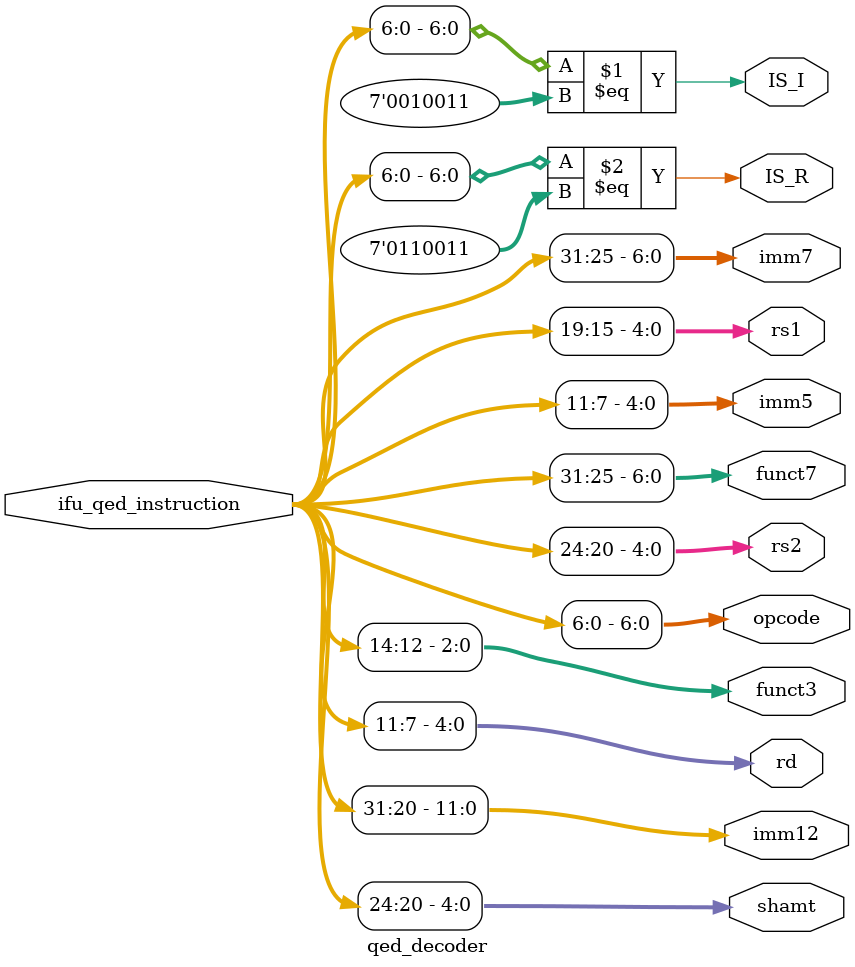
<source format=v>

module qed_decoder (
// Outputs
shamt,
imm12,
IS_R,
rd,
funct3,
opcode,
rs2,
funct7,
IS_I,
imm5,
rs1,
imm7,
// Inputs
ifu_qed_instruction);

  input [31:0] ifu_qed_instruction;

  output [4:0] shamt;
  output [11:0] imm12;
  output IS_R;
  output [4:0] rd;
  output [2:0] funct3;
  output [6:0] opcode;
  output [4:0] rs2;
  output [6:0] funct7;
  output IS_I;
  output [4:0] imm5;
  output [4:0] rs1;
  output [6:0] imm7;

  assign shamt = ifu_qed_instruction[24:20];
  assign imm12 = ifu_qed_instruction[31:20];
  assign rd = ifu_qed_instruction[11:7];
  assign funct3 = ifu_qed_instruction[14:12];
  assign opcode = ifu_qed_instruction[6:0];
  assign imm7 = ifu_qed_instruction[31:25];
  assign funct7 = ifu_qed_instruction[31:25];
  assign imm5 = ifu_qed_instruction[11:7];
  assign rs1 = ifu_qed_instruction[19:15];
  assign rs2 = ifu_qed_instruction[24:20];

  assign IS_I = (opcode == 7'b0010011);
  assign IS_R = (opcode == 7'b0110011);

endmodule
</source>
